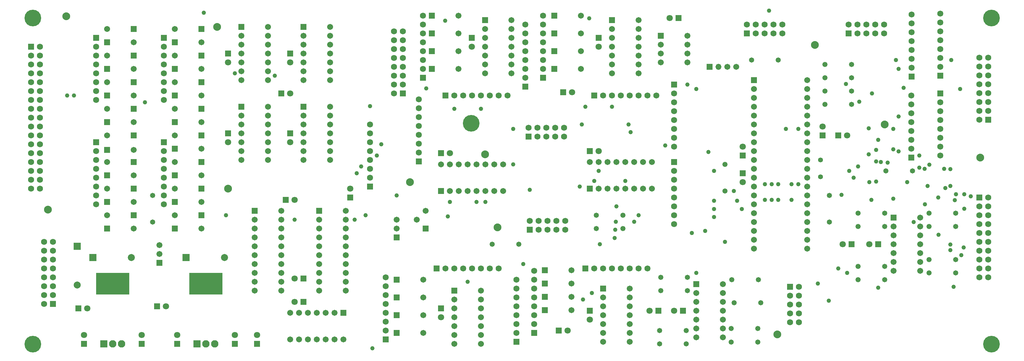
<source format=gbr>
G04 DipTrace 2.3.0.1*
%INTopMask.gbr*%
%MOIN*%
%ADD42C,0.1417*%
%ADD53C,0.048*%
%ADD54C,0.088*%
%ADD56C,0.188*%
%ADD58C,0.056*%
%ADD60R,0.0828X0.0828*%
%ADD62C,0.0828*%
%ADD64C,0.0679*%
%ADD66R,0.0679X0.0679*%
%ADD68C,0.058*%
%ADD70C,0.058*%
%ADD72C,0.0671*%
%ADD74O,0.0675X0.0671*%
%ADD76O,0.0671X0.0675*%
%ADD78R,0.068X0.068*%
%ADD80C,0.068*%
%ADD82C,0.0671*%
%ADD84R,0.0671X0.0671*%
%ADD86C,0.0789*%
%ADD88R,0.0789X0.0789*%
%ADD90R,0.071X0.071*%
%ADD92C,0.071*%
%FSLAX44Y44*%
G04*
G70*
G90*
G75*
G01*
%LNTopMask*%
%LPD*%
D53*
X50500Y8500D3*
X56750Y10500D3*
X96768Y7823D3*
X79500Y13000D3*
X31000Y15500D3*
X28750Y31750D3*
X37750Y15500D3*
X80500Y18750D3*
X78250Y21000D3*
X95750Y19750D3*
X23250Y16000D3*
X45817Y30316D3*
X96000Y17750D3*
X52000Y28000D3*
X49000D3*
X48500Y17500D3*
X51500D3*
X52500D3*
X66750Y28250D3*
X63750D3*
X65250Y21000D3*
X68250Y19875D3*
X64750D3*
X67189Y15272D3*
X69250D3*
X67250Y17000D3*
X69750Y16000D3*
X87750Y19500D3*
Y25750D3*
X86375D3*
X75750Y14000D3*
X67140Y14360D3*
X63132Y19252D3*
X57500Y18875D3*
X101386Y21377D3*
Y22752D3*
X42500Y18252D3*
X75250Y30750D3*
X76250Y30250D3*
X55625Y21742D3*
Y25750D3*
X68875Y25375D3*
X80875Y17625D3*
X78250D3*
X77250Y14250D3*
X67070Y13439D3*
X65382Y12751D3*
X48250Y15875D3*
X24250Y32000D3*
X14125Y28750D3*
X20774Y38839D3*
X63500Y6500D3*
X64500Y7250D3*
X39000Y16000D3*
X39750Y1000D3*
X103511Y18002D3*
X91197Y6376D3*
X89947Y8313D3*
X76250Y9501D3*
X87000Y17750D3*
Y19500D3*
X92250Y10000D3*
X93500Y21000D3*
X94500Y21500D3*
X105261Y7938D3*
X104201Y21250D3*
X102000D3*
X96073Y29753D3*
X96760Y24503D3*
X96510Y23377D3*
Y22065D3*
Y19815D3*
X98448Y17877D3*
X105386Y17689D3*
X106449Y16752D3*
X94635Y28816D3*
X95698Y25815D3*
Y22877D3*
X100761Y15252D3*
X103573Y13814D3*
X106136Y11501D3*
X98760Y33504D3*
X98448Y25753D3*
Y23440D3*
X97073Y22002D3*
X102323Y19315D3*
X104323Y19065D3*
X104886Y12064D3*
X99073Y32503D3*
Y27128D3*
Y23190D3*
X97823Y21940D3*
X100010Y19752D3*
X104886Y19315D3*
Y12689D3*
X99635Y30378D3*
X93135Y30816D3*
X93250Y9500D3*
X94000Y20250D3*
X102011Y17252D3*
X78258Y15814D3*
Y16689D3*
X81384D3*
X92635Y18314D3*
X105511Y18377D3*
X106449D3*
X107199Y18127D3*
X63375Y26250D3*
X68625D3*
X72750Y23875D3*
X77633Y23127D3*
X84000Y17750D3*
Y19500D3*
X84750Y17750D3*
Y19500D3*
X85500Y17750D3*
Y19500D3*
X64194Y38192D3*
X84446Y39067D3*
X38000Y20750D3*
X38500Y21500D3*
X40250Y22750D3*
X6125Y29500D3*
X5375D3*
X39500Y28315D3*
X40750Y24000D3*
X106000Y30250D3*
X105000Y33500D3*
X47943Y37941D3*
X104886Y21190D3*
X102511Y21690D3*
D54*
X23500Y19000D3*
X22250Y37250D3*
X44000Y19750D3*
X108250Y22500D3*
X97500Y26250D3*
X53875Y14625D3*
X52443Y22877D3*
D56*
X50880Y26378D3*
D54*
X85384Y2563D3*
D56*
X109520Y1480D3*
X1480Y38223D3*
Y1480D3*
X109520Y38225D3*
D54*
X89634Y35191D3*
X3188Y16627D3*
X5251Y38442D3*
D53*
X106386Y12376D3*
D92*
X7250Y2500D3*
D90*
Y1500D3*
D92*
X17750Y2500D3*
D90*
Y1500D3*
D92*
X13750Y2500D3*
D90*
Y1500D3*
D92*
X24250Y2500D3*
D90*
Y1500D3*
X6626Y5501D3*
D92*
X7626D3*
D90*
X15500Y5750D3*
D92*
X16500D3*
D90*
X26750Y1500D3*
D92*
Y2500D3*
X90500Y26000D3*
D90*
Y25000D3*
X92250D3*
D92*
X93250D3*
X81500Y23750D3*
D90*
Y22750D3*
D92*
X73250Y38250D3*
D90*
X74250D3*
D92*
X48500Y23000D3*
D90*
X47500D3*
D92*
X65250Y23250D3*
D90*
X64250D3*
D92*
X31000Y17750D3*
D90*
X30000D3*
D92*
X37250Y19000D3*
D90*
Y18000D3*
D92*
X23500Y33250D3*
D90*
Y34250D3*
D92*
Y24250D3*
D90*
Y25250D3*
D92*
X30500Y33250D3*
D90*
Y34250D3*
D92*
Y24250D3*
D90*
Y25250D3*
X29500Y29750D3*
D92*
X30500D3*
X50943Y35004D3*
D90*
Y36004D3*
D92*
X65250Y35000D3*
D90*
Y36000D3*
X61260Y29880D3*
D92*
X62260D3*
X47500Y4500D3*
D90*
Y5500D3*
D92*
X64250Y4250D3*
D90*
Y5250D3*
X60750Y3000D3*
D92*
X61750D3*
X73750Y5250D3*
D90*
X74750D3*
X72000D3*
D92*
X71000D3*
X95750Y12750D3*
D90*
X96750D3*
X93750D3*
D92*
X92750D3*
X31000Y6250D3*
D90*
X32000D3*
Y8875D3*
D92*
X31000D3*
X81500Y19750D3*
D90*
Y20750D3*
D88*
X8250Y11250D3*
D86*
X12600D3*
D88*
X18750D3*
D86*
X23100D3*
D88*
X6500Y12500D3*
D86*
Y8150D3*
D84*
X12875Y37000D3*
D82*
X9875D3*
D84*
Y35500D3*
D82*
X12875D3*
D84*
Y34000D3*
D82*
X9875D3*
D84*
Y32500D3*
D82*
X12875D3*
D84*
Y31000D3*
D82*
X9875D3*
D84*
Y29500D3*
D82*
X12875D3*
D84*
Y28000D3*
D82*
X9875D3*
D84*
Y26500D3*
D82*
X12875D3*
D84*
Y25000D3*
D82*
X9875D3*
D84*
Y23375D3*
D82*
X12875D3*
D84*
Y22000D3*
D82*
X9875D3*
D84*
Y20500D3*
D82*
X12875D3*
D84*
Y19000D3*
D82*
X9875D3*
D84*
Y17500D3*
D82*
X12875D3*
D84*
Y16000D3*
D82*
X9875D3*
D84*
Y14500D3*
D82*
X12875D3*
D84*
X20500Y37000D3*
D82*
X17500D3*
D84*
Y35500D3*
D82*
X20500D3*
D84*
Y34000D3*
D82*
X17500D3*
D84*
Y32500D3*
D82*
X20500D3*
D84*
Y31000D3*
D82*
X17500D3*
D84*
Y29500D3*
D82*
X20500D3*
D84*
Y28000D3*
D82*
X17500D3*
D84*
Y26500D3*
D82*
X20500D3*
D84*
Y25000D3*
D82*
X17500D3*
D84*
Y23500D3*
D82*
X20500D3*
D84*
Y22000D3*
D82*
X17500D3*
D84*
Y20500D3*
D82*
X20500D3*
D84*
Y19000D3*
D82*
X17500D3*
D84*
Y17500D3*
D82*
X20500D3*
D84*
Y16000D3*
D82*
X17500D3*
D84*
Y14500D3*
D82*
X20500D3*
D84*
X46443Y32504D3*
D82*
X49443D3*
D84*
X46443Y34504D3*
D82*
X49443D3*
D84*
X46443Y36504D3*
D82*
X49443D3*
D84*
X46443Y38504D3*
D82*
X49443D3*
D84*
X42500Y2750D3*
D82*
X45500D3*
D84*
X42500Y4750D3*
D82*
X45500D3*
D84*
X42500Y6750D3*
D82*
X45500D3*
D84*
X42500Y8750D3*
D82*
X45500D3*
D84*
X60250Y38500D3*
D82*
X63250D3*
D84*
X60250Y36500D3*
D82*
X63250D3*
D84*
X60250Y34500D3*
D82*
X63250D3*
D84*
X60250Y32500D3*
D82*
X63250D3*
D84*
X59181Y9812D3*
D82*
X62181D3*
D84*
X59181Y8312D3*
D82*
X62181D3*
D84*
X59181Y6812D3*
D82*
X62181D3*
D84*
X59181Y5312D3*
D82*
X62181D3*
D80*
X3750Y7000D3*
Y8000D3*
Y9000D3*
Y10000D3*
Y11000D3*
Y12000D3*
Y13000D3*
X2750D3*
Y12000D3*
Y11000D3*
Y10000D3*
Y9000D3*
Y8000D3*
Y7000D3*
Y6000D3*
D78*
X3750D3*
D84*
X15750Y10625D3*
D76*
Y11625D3*
D82*
Y12625D3*
D80*
X2294Y23000D3*
X1294D3*
X2294Y35000D3*
Y34000D3*
Y33000D3*
Y32000D3*
Y31000D3*
Y30000D3*
Y29000D3*
Y28000D3*
Y27000D3*
Y26000D3*
X1294D3*
Y27000D3*
Y28000D3*
Y29000D3*
Y30000D3*
Y31000D3*
Y32000D3*
Y33000D3*
Y34000D3*
D78*
Y35000D3*
D80*
Y25000D3*
X2294D3*
X1294Y24000D3*
X2294D3*
X1294Y22000D3*
X2294D3*
X1294Y21000D3*
X2294D3*
X1294Y20000D3*
X2294D3*
X1294Y19000D3*
X2294D3*
X43187Y30750D3*
Y31750D3*
Y32750D3*
Y33750D3*
Y34750D3*
Y35750D3*
Y36750D3*
X42187D3*
Y35750D3*
Y34750D3*
Y33750D3*
Y32750D3*
Y31750D3*
Y30750D3*
Y29750D3*
D78*
X43187D3*
D84*
X42500Y13500D3*
D76*
Y14500D3*
D82*
Y15500D3*
D80*
X85947Y37504D3*
Y36504D3*
X84947D3*
Y37504D3*
X83947Y36504D3*
Y37504D3*
X82947Y36504D3*
Y37504D3*
X81947D3*
D78*
Y36504D3*
D80*
X87822Y3938D3*
X86822D3*
Y4938D3*
X87822D3*
X86822Y5938D3*
X87822D3*
X86822Y6938D3*
X87822D3*
Y7938D3*
D78*
X86822D3*
D80*
X109167Y27772D3*
Y28772D3*
Y29772D3*
Y30772D3*
Y31772D3*
Y32772D3*
Y33772D3*
X108167D3*
Y32772D3*
Y31772D3*
Y30772D3*
Y29772D3*
Y28772D3*
Y27772D3*
Y26772D3*
D78*
X109167D3*
D80*
X97438Y37500D3*
Y36500D3*
X96438D3*
Y37500D3*
X95438Y36500D3*
Y37500D3*
X94438Y36500D3*
Y37500D3*
X93438D3*
D78*
Y36500D3*
D80*
X61375Y25875D3*
Y24875D3*
X60375D3*
Y25875D3*
X59375Y24875D3*
Y25875D3*
X58375Y24875D3*
Y25875D3*
X57375D3*
D78*
Y24875D3*
X108167Y18000D3*
D80*
Y17000D3*
Y16000D3*
Y15000D3*
Y14000D3*
Y13000D3*
Y12000D3*
Y11000D3*
Y10000D3*
Y9000D3*
X109167D3*
Y10000D3*
Y11000D3*
Y12000D3*
Y13000D3*
Y14000D3*
Y15000D3*
Y16000D3*
Y17000D3*
Y18000D3*
D84*
X77750Y32750D3*
D74*
X78750D3*
D82*
X79750D3*
D72*
X80750D3*
D80*
X61500Y15375D3*
Y14375D3*
X60500D3*
Y15375D3*
X59500Y14375D3*
Y15375D3*
X58500Y14375D3*
Y15375D3*
X57500D3*
D78*
Y14375D3*
D70*
X93750Y33000D3*
D68*
X90750D3*
D70*
X56250Y12750D3*
D68*
X53250D3*
D70*
X93750Y31500D3*
D68*
X90750D3*
D70*
X93750Y30000D3*
D68*
X90750D3*
D70*
X93750Y28500D3*
D68*
X90750D3*
D70*
X15000Y18250D3*
D68*
Y15250D3*
D70*
X68000Y16000D3*
D68*
X65000D3*
D70*
X68000Y14500D3*
D68*
X65000D3*
D84*
X45750D3*
D82*
X44750Y15500D3*
X45750Y16500D3*
D70*
X85500Y33500D3*
D68*
X82500D3*
D70*
X72250Y9000D3*
D68*
X75250D3*
D70*
X72250Y7500D3*
D68*
X75250D3*
D70*
X72133Y1500D3*
D68*
X75133D3*
D70*
X72133Y3000D3*
D68*
X75133D3*
D70*
X83196Y1688D3*
D68*
X80196D3*
D70*
X83196Y3250D3*
D68*
X80196D3*
D70*
X83250Y8750D3*
D68*
X80250D3*
D70*
X83509Y6126D3*
D68*
X80509D3*
D70*
X94500Y16250D3*
D68*
X97500D3*
D70*
X94500Y14750D3*
D68*
X97500D3*
D70*
X94500Y8750D3*
D68*
X97500D3*
D70*
X94500Y10250D3*
D68*
X97500D3*
D70*
X105500Y9500D3*
D68*
X102500D3*
D70*
X105500Y11000D3*
D68*
X102500D3*
D70*
X91250Y18250D3*
D68*
Y15250D3*
D70*
X79500Y18750D3*
D68*
Y21750D3*
D70*
X105500Y16250D3*
D68*
X102500D3*
D70*
X105500Y14750D3*
D68*
X102500D3*
D70*
X100625Y21000D3*
D68*
X97625D3*
D66*
X8625Y36000D3*
D64*
Y35000D3*
Y34000D3*
Y33000D3*
Y32000D3*
Y31000D3*
Y30000D3*
Y29000D3*
D66*
Y24250D3*
D64*
Y23250D3*
Y22250D3*
Y21250D3*
Y20250D3*
Y19250D3*
Y18250D3*
Y17250D3*
D66*
X16250Y36000D3*
D64*
Y35000D3*
Y34000D3*
Y33000D3*
Y32000D3*
Y31000D3*
Y30000D3*
Y29000D3*
D66*
Y24250D3*
D64*
Y23250D3*
Y22250D3*
Y21250D3*
Y20250D3*
Y19250D3*
Y18250D3*
Y17250D3*
D66*
X48000Y29500D3*
D64*
X49000D3*
X50000D3*
X51000D3*
X52000D3*
X53000D3*
X54000D3*
X55000D3*
D66*
X47000Y10000D3*
D64*
X48000D3*
X49000D3*
X50000D3*
X51000D3*
X52000D3*
X53000D3*
X54000D3*
D66*
X64750Y29500D3*
D64*
X65750D3*
X66750D3*
X67750D3*
X68750D3*
X69750D3*
X70750D3*
X71750D3*
D66*
X63750Y10000D3*
D64*
X64750D3*
X65750D3*
X66750D3*
X67750D3*
X68750D3*
X69750D3*
X70750D3*
D66*
X45443Y31504D3*
D64*
Y32504D3*
Y33504D3*
Y34504D3*
Y35504D3*
Y36504D3*
Y37504D3*
Y38504D3*
D66*
X41250Y2000D3*
D64*
Y3000D3*
Y4000D3*
Y5000D3*
Y6000D3*
Y7000D3*
Y8000D3*
Y9000D3*
D66*
X59000Y31500D3*
D64*
Y32500D3*
Y33500D3*
Y34500D3*
Y35500D3*
Y36500D3*
Y37500D3*
Y38500D3*
D66*
X58000Y2750D3*
D64*
Y3750D3*
Y4750D3*
Y5750D3*
Y6750D3*
Y7750D3*
Y8750D3*
Y9750D3*
D66*
X100500Y22500D3*
D64*
Y23500D3*
Y24500D3*
Y25500D3*
Y26500D3*
Y27500D3*
Y28500D3*
Y29500D3*
D66*
X100511Y31628D3*
D64*
Y32628D3*
Y33628D3*
Y34628D3*
Y35628D3*
Y36628D3*
Y37628D3*
Y38628D3*
D66*
X103750Y31750D3*
D64*
Y32750D3*
Y33750D3*
Y34750D3*
Y35750D3*
Y36750D3*
Y37750D3*
Y38750D3*
D66*
Y29750D3*
D64*
Y28750D3*
Y27750D3*
Y26750D3*
Y25750D3*
Y24750D3*
Y23750D3*
Y22750D3*
D66*
X73750Y30750D3*
D64*
Y29750D3*
Y28750D3*
Y27750D3*
Y26750D3*
Y25750D3*
Y24750D3*
Y23750D3*
D66*
Y22000D3*
D64*
Y21000D3*
Y20000D3*
Y19000D3*
Y18000D3*
Y17000D3*
Y16000D3*
Y15000D3*
D66*
X45005Y22065D3*
D64*
Y23065D3*
Y24065D3*
Y25065D3*
Y26065D3*
Y27065D3*
Y28065D3*
Y29065D3*
D66*
X39500Y19250D3*
D64*
Y20250D3*
Y21250D3*
Y22250D3*
Y23250D3*
Y24250D3*
Y25250D3*
Y26250D3*
D66*
X57000Y30500D3*
D64*
Y31500D3*
Y32500D3*
Y33500D3*
Y34500D3*
Y35500D3*
Y36500D3*
Y37500D3*
D66*
X56000Y1750D3*
D64*
Y2750D3*
Y3750D3*
Y4750D3*
Y5750D3*
Y6750D3*
Y7750D3*
Y8750D3*
D62*
X11500Y1500D3*
X10500D3*
D60*
X9500D3*
D42*
X10500Y8429D3*
D62*
X22000Y1500D3*
X21000D3*
D60*
X20000D3*
D42*
X21000Y8429D3*
D84*
X82750Y31250D3*
D82*
Y30250D3*
Y29250D3*
Y28250D3*
Y27250D3*
Y26250D3*
Y25250D3*
Y24250D3*
Y23250D3*
Y22250D3*
Y21250D3*
Y20250D3*
Y19250D3*
Y18250D3*
Y17250D3*
Y16250D3*
Y15250D3*
Y14250D3*
Y13250D3*
Y12250D3*
X88750D3*
Y13250D3*
Y14250D3*
Y15250D3*
Y16250D3*
Y17250D3*
Y18250D3*
Y19250D3*
Y20250D3*
Y21250D3*
Y22250D3*
Y23250D3*
Y24250D3*
Y25250D3*
Y26250D3*
Y27250D3*
Y28250D3*
Y29250D3*
Y30250D3*
Y31250D3*
D84*
X72250Y36250D3*
D82*
Y35250D3*
Y34250D3*
Y33250D3*
X75250D3*
Y34250D3*
Y35250D3*
Y36250D3*
D84*
X26500Y16500D3*
D82*
Y15500D3*
Y14500D3*
Y13500D3*
Y12500D3*
Y11500D3*
Y10500D3*
Y9500D3*
Y8500D3*
Y7500D3*
X29492Y16500D3*
Y15500D3*
Y14500D3*
Y13500D3*
Y12500D3*
Y11500D3*
Y10500D3*
Y9500D3*
Y8500D3*
Y7500D3*
D84*
X33750Y16500D3*
D82*
Y15500D3*
Y14500D3*
Y13500D3*
Y12500D3*
Y11500D3*
Y10500D3*
Y9500D3*
Y8500D3*
Y7500D3*
X36742Y16500D3*
Y15500D3*
Y14500D3*
Y13500D3*
Y12500D3*
Y11500D3*
Y10500D3*
Y9500D3*
Y8500D3*
Y7500D3*
D84*
X47500Y18750D3*
D82*
X48500D3*
X49500D3*
X50500D3*
X51500D3*
X52500D3*
X53500D3*
X54500D3*
Y21742D3*
X53500D3*
X52500D3*
X51500D3*
X50500D3*
X49500D3*
X48500D3*
X47500D3*
D84*
X64250Y19000D3*
D82*
X65250D3*
X66250D3*
X67250D3*
X68250D3*
X69250D3*
X70250D3*
X71250D3*
Y21992D3*
X70250D3*
X69250D3*
X68250D3*
X67250D3*
X66250D3*
X65250D3*
X64250D3*
D84*
X52443Y38004D3*
D82*
Y37004D3*
Y36004D3*
Y35004D3*
Y34004D3*
Y33004D3*
Y32004D3*
X55435D3*
Y33004D3*
Y34004D3*
Y35004D3*
Y36004D3*
Y37004D3*
Y38004D3*
D84*
X49000Y7500D3*
D82*
Y6500D3*
Y5500D3*
Y4500D3*
Y3500D3*
Y2500D3*
Y1500D3*
X51992D3*
Y2500D3*
Y3500D3*
Y4500D3*
Y5500D3*
Y6500D3*
Y7500D3*
D84*
X66750Y38000D3*
D82*
Y37000D3*
Y36000D3*
Y35000D3*
Y34000D3*
Y33000D3*
Y32000D3*
X69742D3*
Y33000D3*
Y34000D3*
Y35000D3*
Y36000D3*
Y37000D3*
Y38000D3*
D84*
X65750Y7750D3*
D82*
Y6750D3*
Y5750D3*
Y4750D3*
Y3750D3*
Y2750D3*
Y1750D3*
X68742D3*
Y2750D3*
Y3750D3*
Y4750D3*
Y5750D3*
Y6750D3*
Y7750D3*
D84*
X25000Y37250D3*
D82*
Y36250D3*
Y35250D3*
Y34250D3*
Y33250D3*
Y32250D3*
Y31250D3*
X27992D3*
Y32250D3*
Y33250D3*
Y34250D3*
Y35250D3*
Y36250D3*
Y37250D3*
D84*
X25000Y28250D3*
D82*
Y27250D3*
Y26250D3*
Y25250D3*
Y24250D3*
Y23250D3*
Y22250D3*
X27992D3*
Y23250D3*
Y24250D3*
Y25250D3*
Y26250D3*
Y27250D3*
Y28250D3*
D84*
X32000Y37250D3*
D82*
Y36250D3*
Y35250D3*
Y34250D3*
Y33250D3*
Y32250D3*
Y31250D3*
X34992D3*
Y32250D3*
Y33250D3*
Y34250D3*
Y35250D3*
Y36250D3*
Y37250D3*
D84*
X32000Y28250D3*
D82*
Y27250D3*
Y26250D3*
Y25250D3*
Y24250D3*
Y23250D3*
Y22250D3*
X34992D3*
Y23250D3*
Y24250D3*
Y25250D3*
Y26250D3*
Y27250D3*
Y28250D3*
D84*
X76250Y8250D3*
D82*
Y7250D3*
Y6250D3*
Y5250D3*
Y4250D3*
Y3250D3*
Y2250D3*
X79242D3*
Y3250D3*
Y4250D3*
Y5250D3*
Y6250D3*
Y7250D3*
Y8250D3*
D84*
X98500Y15750D3*
D82*
Y14750D3*
Y13750D3*
Y12750D3*
Y11750D3*
Y10750D3*
Y9750D3*
X101492D3*
Y10750D3*
Y11750D3*
Y12750D3*
Y13750D3*
Y14750D3*
Y15750D3*
D84*
X36500Y5000D3*
D82*
X35500D3*
X34500D3*
X33500D3*
X32500D3*
X31500D3*
X30500D3*
Y2008D3*
X31500D3*
X32500D3*
X33500D3*
X34500D3*
X35500D3*
X36500D3*
D58*
X90250Y22250D3*
Y20350D3*
G36*
X8625Y9500D2*
X12375D1*
Y7063D1*
X8625D1*
Y7125D1*
Y9500D1*
G37*
G36*
X19125D2*
X22875D1*
Y7063D1*
X19125D1*
Y7125D1*
Y9500D1*
G37*
M02*

</source>
